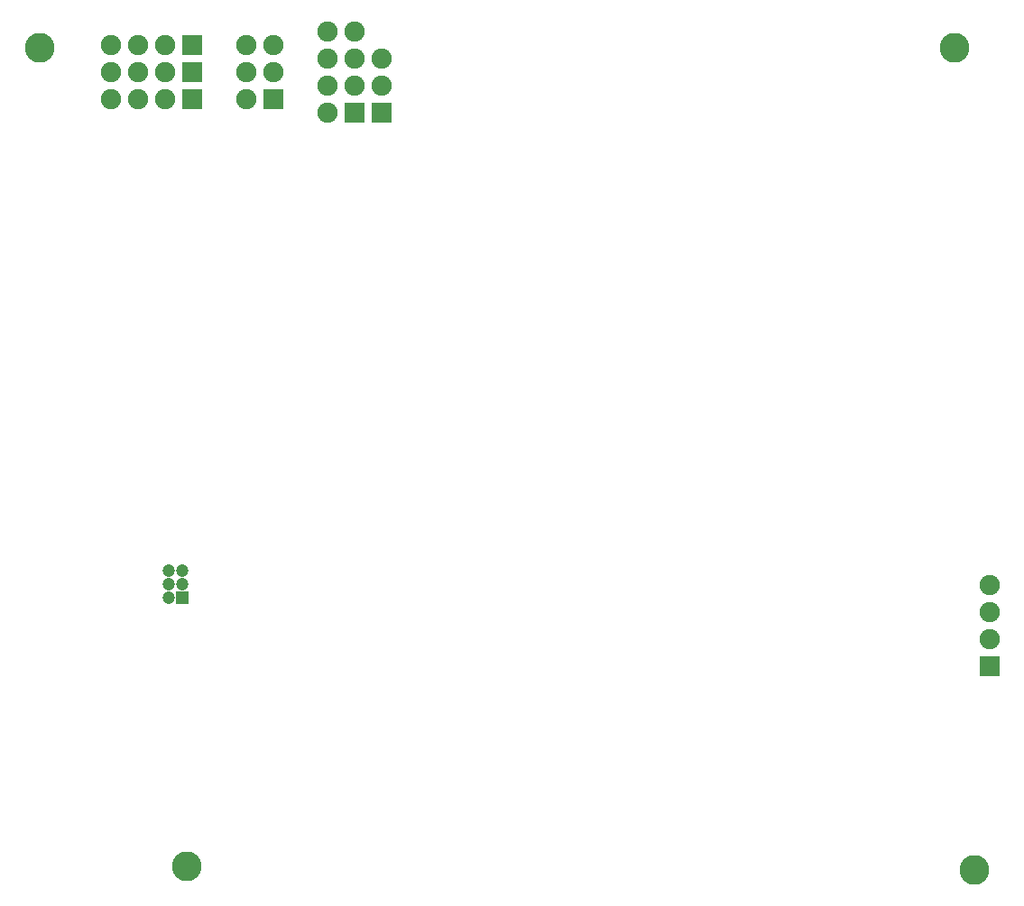
<source format=gbs>
G04 DipTrace 2.4.0.2*
%INBottomMask.gbr*%
%MOIN*%
%ADD75C,0.11*%
%ADD138C,0.0474*%
%ADD140R,0.0474X0.0474*%
%ADD148C,0.0749*%
%ADD150R,0.0749X0.0749*%
%FSLAX44Y44*%
G04*
G70*
G90*
G75*
G01*
%LNBotMask*%
%LPD*%
D150*
X15160Y34902D3*
D148*
X14160D3*
X15160Y35902D3*
X14160D3*
X15160Y36902D3*
X14160D3*
D150*
X18160Y34402D3*
D148*
X17160D3*
X18160Y35402D3*
X17160D3*
X18160Y36402D3*
X17160D3*
X18160Y37402D3*
X17160D3*
D150*
X12160Y36902D3*
D148*
X11160D3*
X10160D3*
X9160D3*
D150*
X12160Y35892D3*
D148*
X11160D3*
X10160D3*
X9160D3*
D150*
X12160Y34892D3*
D148*
X11160D3*
X10160D3*
X9160D3*
D150*
X41620Y13922D3*
D148*
Y14922D3*
Y15922D3*
Y16922D3*
D140*
X11790Y16442D3*
D138*
Y16942D3*
Y17442D3*
X11290Y16442D3*
Y16942D3*
Y17442D3*
D150*
X19160Y34402D3*
D148*
Y35402D3*
Y36402D3*
D75*
X40320Y36772D3*
X6500D3*
X11940Y6522D3*
X41060Y6402D3*
M02*

</source>
